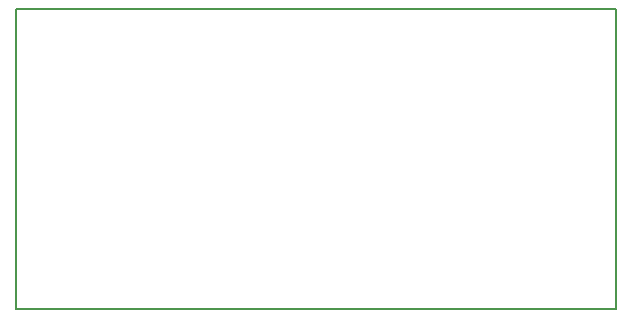
<source format=gm1>
G04 #@! TF.FileFunction,Profile,NP*
%FSLAX46Y46*%
G04 Gerber Fmt 4.6, Leading zero omitted, Abs format (unit mm)*
G04 Created by KiCad (PCBNEW 4.0.6) date 10/14/17 13:03:26*
%MOMM*%
%LPD*%
G01*
G04 APERTURE LIST*
%ADD10C,0.100000*%
%ADD11C,0.150000*%
G04 APERTURE END LIST*
D10*
D11*
X101600000Y-76200000D02*
X101600000Y-50800000D01*
X152400000Y-76200000D02*
X101600000Y-76200000D01*
X152400000Y-50800000D02*
X152400000Y-76200000D01*
X101600000Y-50800000D02*
X152400000Y-50800000D01*
M02*

</source>
